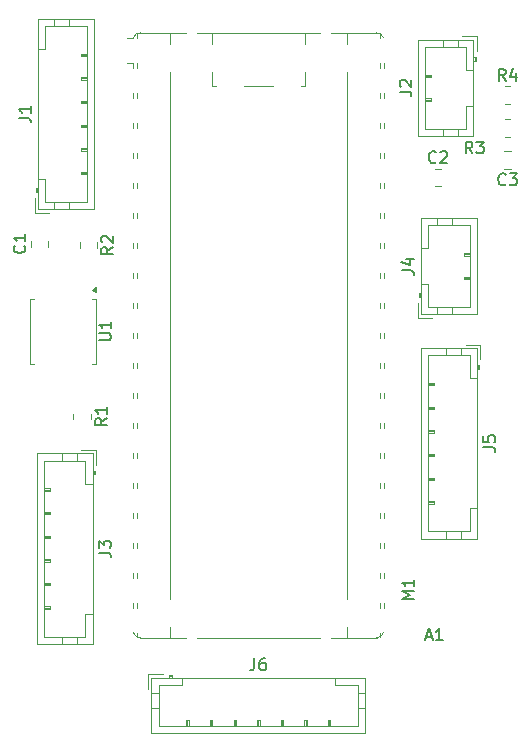
<source format=gto>
%TF.GenerationSoftware,KiCad,Pcbnew,9.0.1*%
%TF.CreationDate,2025-08-12T13:46:24-07:00*%
%TF.ProjectId,fone,666f6e65-2e6b-4696-9361-645f70636258,0.5*%
%TF.SameCoordinates,Original*%
%TF.FileFunction,Legend,Top*%
%TF.FilePolarity,Positive*%
%FSLAX46Y46*%
G04 Gerber Fmt 4.6, Leading zero omitted, Abs format (unit mm)*
G04 Created by KiCad (PCBNEW 9.0.1) date 2025-08-12 13:46:24*
%MOMM*%
%LPD*%
G01*
G04 APERTURE LIST*
%ADD10C,0.150000*%
%ADD11C,0.120000*%
G04 APERTURE END LIST*
D10*
X145154819Y-115609523D02*
X144154819Y-115609523D01*
X144154819Y-115609523D02*
X144869104Y-115276190D01*
X144869104Y-115276190D02*
X144154819Y-114942857D01*
X144154819Y-114942857D02*
X145154819Y-114942857D01*
X145154819Y-113942857D02*
X145154819Y-114514285D01*
X145154819Y-114228571D02*
X144154819Y-114228571D01*
X144154819Y-114228571D02*
X144297676Y-114323809D01*
X144297676Y-114323809D02*
X144392914Y-114419047D01*
X144392914Y-114419047D02*
X144440533Y-114514285D01*
X118519819Y-93674404D02*
X119329342Y-93674404D01*
X119329342Y-93674404D02*
X119424580Y-93626785D01*
X119424580Y-93626785D02*
X119472200Y-93579166D01*
X119472200Y-93579166D02*
X119519819Y-93483928D01*
X119519819Y-93483928D02*
X119519819Y-93293452D01*
X119519819Y-93293452D02*
X119472200Y-93198214D01*
X119472200Y-93198214D02*
X119424580Y-93150595D01*
X119424580Y-93150595D02*
X119329342Y-93102976D01*
X119329342Y-93102976D02*
X118519819Y-93102976D01*
X119519819Y-92102976D02*
X119519819Y-92674404D01*
X119519819Y-92388690D02*
X118519819Y-92388690D01*
X118519819Y-92388690D02*
X118662676Y-92483928D01*
X118662676Y-92483928D02*
X118757914Y-92579166D01*
X118757914Y-92579166D02*
X118805533Y-92674404D01*
X152933333Y-71704819D02*
X152600000Y-71228628D01*
X152361905Y-71704819D02*
X152361905Y-70704819D01*
X152361905Y-70704819D02*
X152742857Y-70704819D01*
X152742857Y-70704819D02*
X152838095Y-70752438D01*
X152838095Y-70752438D02*
X152885714Y-70800057D01*
X152885714Y-70800057D02*
X152933333Y-70895295D01*
X152933333Y-70895295D02*
X152933333Y-71038152D01*
X152933333Y-71038152D02*
X152885714Y-71133390D01*
X152885714Y-71133390D02*
X152838095Y-71181009D01*
X152838095Y-71181009D02*
X152742857Y-71228628D01*
X152742857Y-71228628D02*
X152361905Y-71228628D01*
X153790476Y-71038152D02*
X153790476Y-71704819D01*
X153552381Y-70657200D02*
X153314286Y-71371485D01*
X153314286Y-71371485D02*
X153933333Y-71371485D01*
X150133333Y-77854819D02*
X149800000Y-77378628D01*
X149561905Y-77854819D02*
X149561905Y-76854819D01*
X149561905Y-76854819D02*
X149942857Y-76854819D01*
X149942857Y-76854819D02*
X150038095Y-76902438D01*
X150038095Y-76902438D02*
X150085714Y-76950057D01*
X150085714Y-76950057D02*
X150133333Y-77045295D01*
X150133333Y-77045295D02*
X150133333Y-77188152D01*
X150133333Y-77188152D02*
X150085714Y-77283390D01*
X150085714Y-77283390D02*
X150038095Y-77331009D01*
X150038095Y-77331009D02*
X149942857Y-77378628D01*
X149942857Y-77378628D02*
X149561905Y-77378628D01*
X150466667Y-76854819D02*
X151085714Y-76854819D01*
X151085714Y-76854819D02*
X150752381Y-77235771D01*
X150752381Y-77235771D02*
X150895238Y-77235771D01*
X150895238Y-77235771D02*
X150990476Y-77283390D01*
X150990476Y-77283390D02*
X151038095Y-77331009D01*
X151038095Y-77331009D02*
X151085714Y-77426247D01*
X151085714Y-77426247D02*
X151085714Y-77664342D01*
X151085714Y-77664342D02*
X151038095Y-77759580D01*
X151038095Y-77759580D02*
X150990476Y-77807200D01*
X150990476Y-77807200D02*
X150895238Y-77854819D01*
X150895238Y-77854819D02*
X150609524Y-77854819D01*
X150609524Y-77854819D02*
X150514286Y-77807200D01*
X150514286Y-77807200D02*
X150466667Y-77759580D01*
X119704819Y-85779166D02*
X119228628Y-86112499D01*
X119704819Y-86350594D02*
X118704819Y-86350594D01*
X118704819Y-86350594D02*
X118704819Y-85969642D01*
X118704819Y-85969642D02*
X118752438Y-85874404D01*
X118752438Y-85874404D02*
X118800057Y-85826785D01*
X118800057Y-85826785D02*
X118895295Y-85779166D01*
X118895295Y-85779166D02*
X119038152Y-85779166D01*
X119038152Y-85779166D02*
X119133390Y-85826785D01*
X119133390Y-85826785D02*
X119181009Y-85874404D01*
X119181009Y-85874404D02*
X119228628Y-85969642D01*
X119228628Y-85969642D02*
X119228628Y-86350594D01*
X118800057Y-85398213D02*
X118752438Y-85350594D01*
X118752438Y-85350594D02*
X118704819Y-85255356D01*
X118704819Y-85255356D02*
X118704819Y-85017261D01*
X118704819Y-85017261D02*
X118752438Y-84922023D01*
X118752438Y-84922023D02*
X118800057Y-84874404D01*
X118800057Y-84874404D02*
X118895295Y-84826785D01*
X118895295Y-84826785D02*
X118990533Y-84826785D01*
X118990533Y-84826785D02*
X119133390Y-84874404D01*
X119133390Y-84874404D02*
X119704819Y-85445832D01*
X119704819Y-85445832D02*
X119704819Y-84826785D01*
X119169819Y-100279166D02*
X118693628Y-100612499D01*
X119169819Y-100850594D02*
X118169819Y-100850594D01*
X118169819Y-100850594D02*
X118169819Y-100469642D01*
X118169819Y-100469642D02*
X118217438Y-100374404D01*
X118217438Y-100374404D02*
X118265057Y-100326785D01*
X118265057Y-100326785D02*
X118360295Y-100279166D01*
X118360295Y-100279166D02*
X118503152Y-100279166D01*
X118503152Y-100279166D02*
X118598390Y-100326785D01*
X118598390Y-100326785D02*
X118646009Y-100374404D01*
X118646009Y-100374404D02*
X118693628Y-100469642D01*
X118693628Y-100469642D02*
X118693628Y-100850594D01*
X119169819Y-99326785D02*
X119169819Y-99898213D01*
X119169819Y-99612499D02*
X118169819Y-99612499D01*
X118169819Y-99612499D02*
X118312676Y-99707737D01*
X118312676Y-99707737D02*
X118407914Y-99802975D01*
X118407914Y-99802975D02*
X118455533Y-99898213D01*
X131666666Y-120604819D02*
X131666666Y-121319104D01*
X131666666Y-121319104D02*
X131619047Y-121461961D01*
X131619047Y-121461961D02*
X131523809Y-121557200D01*
X131523809Y-121557200D02*
X131380952Y-121604819D01*
X131380952Y-121604819D02*
X131285714Y-121604819D01*
X132571428Y-120604819D02*
X132380952Y-120604819D01*
X132380952Y-120604819D02*
X132285714Y-120652438D01*
X132285714Y-120652438D02*
X132238095Y-120700057D01*
X132238095Y-120700057D02*
X132142857Y-120842914D01*
X132142857Y-120842914D02*
X132095238Y-121033390D01*
X132095238Y-121033390D02*
X132095238Y-121414342D01*
X132095238Y-121414342D02*
X132142857Y-121509580D01*
X132142857Y-121509580D02*
X132190476Y-121557200D01*
X132190476Y-121557200D02*
X132285714Y-121604819D01*
X132285714Y-121604819D02*
X132476190Y-121604819D01*
X132476190Y-121604819D02*
X132571428Y-121557200D01*
X132571428Y-121557200D02*
X132619047Y-121509580D01*
X132619047Y-121509580D02*
X132666666Y-121414342D01*
X132666666Y-121414342D02*
X132666666Y-121176247D01*
X132666666Y-121176247D02*
X132619047Y-121081009D01*
X132619047Y-121081009D02*
X132571428Y-121033390D01*
X132571428Y-121033390D02*
X132476190Y-120985771D01*
X132476190Y-120985771D02*
X132285714Y-120985771D01*
X132285714Y-120985771D02*
X132190476Y-121033390D01*
X132190476Y-121033390D02*
X132142857Y-121081009D01*
X132142857Y-121081009D02*
X132095238Y-121176247D01*
X151054819Y-102733333D02*
X151769104Y-102733333D01*
X151769104Y-102733333D02*
X151911961Y-102780952D01*
X151911961Y-102780952D02*
X152007200Y-102876190D01*
X152007200Y-102876190D02*
X152054819Y-103019047D01*
X152054819Y-103019047D02*
X152054819Y-103114285D01*
X151054819Y-101780952D02*
X151054819Y-102257142D01*
X151054819Y-102257142D02*
X151531009Y-102304761D01*
X151531009Y-102304761D02*
X151483390Y-102257142D01*
X151483390Y-102257142D02*
X151435771Y-102161904D01*
X151435771Y-102161904D02*
X151435771Y-101923809D01*
X151435771Y-101923809D02*
X151483390Y-101828571D01*
X151483390Y-101828571D02*
X151531009Y-101780952D01*
X151531009Y-101780952D02*
X151626247Y-101733333D01*
X151626247Y-101733333D02*
X151864342Y-101733333D01*
X151864342Y-101733333D02*
X151959580Y-101780952D01*
X151959580Y-101780952D02*
X152007200Y-101828571D01*
X152007200Y-101828571D02*
X152054819Y-101923809D01*
X152054819Y-101923809D02*
X152054819Y-102161904D01*
X152054819Y-102161904D02*
X152007200Y-102257142D01*
X152007200Y-102257142D02*
X151959580Y-102304761D01*
X144154819Y-87733333D02*
X144869104Y-87733333D01*
X144869104Y-87733333D02*
X145011961Y-87780952D01*
X145011961Y-87780952D02*
X145107200Y-87876190D01*
X145107200Y-87876190D02*
X145154819Y-88019047D01*
X145154819Y-88019047D02*
X145154819Y-88114285D01*
X144488152Y-86828571D02*
X145154819Y-86828571D01*
X144107200Y-87066666D02*
X144821485Y-87304761D01*
X144821485Y-87304761D02*
X144821485Y-86685714D01*
X118519819Y-111645833D02*
X119234104Y-111645833D01*
X119234104Y-111645833D02*
X119376961Y-111693452D01*
X119376961Y-111693452D02*
X119472200Y-111788690D01*
X119472200Y-111788690D02*
X119519819Y-111931547D01*
X119519819Y-111931547D02*
X119519819Y-112026785D01*
X118519819Y-111264880D02*
X118519819Y-110645833D01*
X118519819Y-110645833D02*
X118900771Y-110979166D01*
X118900771Y-110979166D02*
X118900771Y-110836309D01*
X118900771Y-110836309D02*
X118948390Y-110741071D01*
X118948390Y-110741071D02*
X118996009Y-110693452D01*
X118996009Y-110693452D02*
X119091247Y-110645833D01*
X119091247Y-110645833D02*
X119329342Y-110645833D01*
X119329342Y-110645833D02*
X119424580Y-110693452D01*
X119424580Y-110693452D02*
X119472200Y-110741071D01*
X119472200Y-110741071D02*
X119519819Y-110836309D01*
X119519819Y-110836309D02*
X119519819Y-111122023D01*
X119519819Y-111122023D02*
X119472200Y-111217261D01*
X119472200Y-111217261D02*
X119424580Y-111264880D01*
X143954819Y-72633333D02*
X144669104Y-72633333D01*
X144669104Y-72633333D02*
X144811961Y-72680952D01*
X144811961Y-72680952D02*
X144907200Y-72776190D01*
X144907200Y-72776190D02*
X144954819Y-72919047D01*
X144954819Y-72919047D02*
X144954819Y-73014285D01*
X144050057Y-72204761D02*
X144002438Y-72157142D01*
X144002438Y-72157142D02*
X143954819Y-72061904D01*
X143954819Y-72061904D02*
X143954819Y-71823809D01*
X143954819Y-71823809D02*
X144002438Y-71728571D01*
X144002438Y-71728571D02*
X144050057Y-71680952D01*
X144050057Y-71680952D02*
X144145295Y-71633333D01*
X144145295Y-71633333D02*
X144240533Y-71633333D01*
X144240533Y-71633333D02*
X144383390Y-71680952D01*
X144383390Y-71680952D02*
X144954819Y-72252380D01*
X144954819Y-72252380D02*
X144954819Y-71633333D01*
X111719819Y-74845833D02*
X112434104Y-74845833D01*
X112434104Y-74845833D02*
X112576961Y-74893452D01*
X112576961Y-74893452D02*
X112672200Y-74988690D01*
X112672200Y-74988690D02*
X112719819Y-75131547D01*
X112719819Y-75131547D02*
X112719819Y-75226785D01*
X112719819Y-73845833D02*
X112719819Y-74417261D01*
X112719819Y-74131547D02*
X111719819Y-74131547D01*
X111719819Y-74131547D02*
X111862676Y-74226785D01*
X111862676Y-74226785D02*
X111957914Y-74322023D01*
X111957914Y-74322023D02*
X112005533Y-74417261D01*
X152933333Y-80459580D02*
X152885714Y-80507200D01*
X152885714Y-80507200D02*
X152742857Y-80554819D01*
X152742857Y-80554819D02*
X152647619Y-80554819D01*
X152647619Y-80554819D02*
X152504762Y-80507200D01*
X152504762Y-80507200D02*
X152409524Y-80411961D01*
X152409524Y-80411961D02*
X152361905Y-80316723D01*
X152361905Y-80316723D02*
X152314286Y-80126247D01*
X152314286Y-80126247D02*
X152314286Y-79983390D01*
X152314286Y-79983390D02*
X152361905Y-79792914D01*
X152361905Y-79792914D02*
X152409524Y-79697676D01*
X152409524Y-79697676D02*
X152504762Y-79602438D01*
X152504762Y-79602438D02*
X152647619Y-79554819D01*
X152647619Y-79554819D02*
X152742857Y-79554819D01*
X152742857Y-79554819D02*
X152885714Y-79602438D01*
X152885714Y-79602438D02*
X152933333Y-79650057D01*
X153266667Y-79554819D02*
X153885714Y-79554819D01*
X153885714Y-79554819D02*
X153552381Y-79935771D01*
X153552381Y-79935771D02*
X153695238Y-79935771D01*
X153695238Y-79935771D02*
X153790476Y-79983390D01*
X153790476Y-79983390D02*
X153838095Y-80031009D01*
X153838095Y-80031009D02*
X153885714Y-80126247D01*
X153885714Y-80126247D02*
X153885714Y-80364342D01*
X153885714Y-80364342D02*
X153838095Y-80459580D01*
X153838095Y-80459580D02*
X153790476Y-80507200D01*
X153790476Y-80507200D02*
X153695238Y-80554819D01*
X153695238Y-80554819D02*
X153409524Y-80554819D01*
X153409524Y-80554819D02*
X153314286Y-80507200D01*
X153314286Y-80507200D02*
X153266667Y-80459580D01*
X147033333Y-78579580D02*
X146985714Y-78627200D01*
X146985714Y-78627200D02*
X146842857Y-78674819D01*
X146842857Y-78674819D02*
X146747619Y-78674819D01*
X146747619Y-78674819D02*
X146604762Y-78627200D01*
X146604762Y-78627200D02*
X146509524Y-78531961D01*
X146509524Y-78531961D02*
X146461905Y-78436723D01*
X146461905Y-78436723D02*
X146414286Y-78246247D01*
X146414286Y-78246247D02*
X146414286Y-78103390D01*
X146414286Y-78103390D02*
X146461905Y-77912914D01*
X146461905Y-77912914D02*
X146509524Y-77817676D01*
X146509524Y-77817676D02*
X146604762Y-77722438D01*
X146604762Y-77722438D02*
X146747619Y-77674819D01*
X146747619Y-77674819D02*
X146842857Y-77674819D01*
X146842857Y-77674819D02*
X146985714Y-77722438D01*
X146985714Y-77722438D02*
X147033333Y-77770057D01*
X147414286Y-77770057D02*
X147461905Y-77722438D01*
X147461905Y-77722438D02*
X147557143Y-77674819D01*
X147557143Y-77674819D02*
X147795238Y-77674819D01*
X147795238Y-77674819D02*
X147890476Y-77722438D01*
X147890476Y-77722438D02*
X147938095Y-77770057D01*
X147938095Y-77770057D02*
X147985714Y-77865295D01*
X147985714Y-77865295D02*
X147985714Y-77960533D01*
X147985714Y-77960533D02*
X147938095Y-78103390D01*
X147938095Y-78103390D02*
X147366667Y-78674819D01*
X147366667Y-78674819D02*
X147985714Y-78674819D01*
X112179580Y-85666666D02*
X112227200Y-85714285D01*
X112227200Y-85714285D02*
X112274819Y-85857142D01*
X112274819Y-85857142D02*
X112274819Y-85952380D01*
X112274819Y-85952380D02*
X112227200Y-86095237D01*
X112227200Y-86095237D02*
X112131961Y-86190475D01*
X112131961Y-86190475D02*
X112036723Y-86238094D01*
X112036723Y-86238094D02*
X111846247Y-86285713D01*
X111846247Y-86285713D02*
X111703390Y-86285713D01*
X111703390Y-86285713D02*
X111512914Y-86238094D01*
X111512914Y-86238094D02*
X111417676Y-86190475D01*
X111417676Y-86190475D02*
X111322438Y-86095237D01*
X111322438Y-86095237D02*
X111274819Y-85952380D01*
X111274819Y-85952380D02*
X111274819Y-85857142D01*
X111274819Y-85857142D02*
X111322438Y-85714285D01*
X111322438Y-85714285D02*
X111370057Y-85666666D01*
X112274819Y-84714285D02*
X112274819Y-85285713D01*
X112274819Y-84999999D02*
X111274819Y-84999999D01*
X111274819Y-84999999D02*
X111417676Y-85095237D01*
X111417676Y-85095237D02*
X111512914Y-85190475D01*
X111512914Y-85190475D02*
X111560533Y-85285713D01*
X146189160Y-118769104D02*
X146665350Y-118769104D01*
X146093922Y-119054819D02*
X146427255Y-118054819D01*
X146427255Y-118054819D02*
X146760588Y-119054819D01*
X147617731Y-119054819D02*
X147046303Y-119054819D01*
X147332017Y-119054819D02*
X147332017Y-118054819D01*
X147332017Y-118054819D02*
X147236779Y-118197676D01*
X147236779Y-118197676D02*
X147141541Y-118292914D01*
X147141541Y-118292914D02*
X147046303Y-118340533D01*
D11*
%TO.C,U1*%
X118225000Y-90152500D02*
X117955000Y-90152500D01*
X112705000Y-90152500D02*
X112975000Y-90152500D01*
X118225000Y-92912500D02*
X118225000Y-90152500D01*
X118225000Y-92912500D02*
X118225000Y-95672500D01*
X112705000Y-92912500D02*
X112705000Y-90152500D01*
X112705000Y-92912500D02*
X112705000Y-95672500D01*
X118225000Y-95672500D02*
X117955000Y-95672500D01*
X112705000Y-95672500D02*
X112975000Y-95672500D01*
X118285000Y-89627500D02*
X117955000Y-89387500D01*
X118285000Y-89147500D01*
X118285000Y-89627500D01*
G36*
X118285000Y-89627500D02*
G01*
X117955000Y-89387500D01*
X118285000Y-89147500D01*
X118285000Y-89627500D01*
G37*
%TO.C,R4*%
X152872936Y-72165000D02*
X153327064Y-72165000D01*
X152872936Y-73635000D02*
X153327064Y-73635000D01*
%TO.C,R3*%
X153327064Y-76435000D02*
X152872936Y-76435000D01*
X153327064Y-74965000D02*
X152872936Y-74965000D01*
%TO.C,R2*%
X118335000Y-85385436D02*
X118335000Y-85839564D01*
X116865000Y-85385436D02*
X116865000Y-85839564D01*
%TO.C,R1*%
X117800000Y-99885436D02*
X117800000Y-100339564D01*
X116330000Y-99885436D02*
X116330000Y-100339564D01*
%TO.C,J6*%
X122640000Y-121940000D02*
X122640000Y-123190000D01*
X122940000Y-122240000D02*
X122940000Y-126960000D01*
X122940000Y-123550000D02*
X123550000Y-123550000D01*
X122940000Y-124850000D02*
X123550000Y-124850000D01*
X122940000Y-126960000D02*
X141060000Y-126960000D01*
X123550000Y-122850000D02*
X123550000Y-126350000D01*
X123550000Y-126350000D02*
X140450000Y-126350000D01*
X123890000Y-121940000D02*
X122640000Y-121940000D01*
X124400000Y-122040000D02*
X124400000Y-122240000D01*
X124700000Y-122040000D02*
X124400000Y-122040000D01*
X124700000Y-122140000D02*
X124400000Y-122140000D01*
X124700000Y-122240000D02*
X124700000Y-122040000D01*
X125500000Y-122240000D02*
X125500000Y-122850000D01*
X125500000Y-122850000D02*
X123550000Y-122850000D01*
X125900000Y-125850000D02*
X126100000Y-125850000D01*
X125900000Y-126350000D02*
X125900000Y-125850000D01*
X126000000Y-126350000D02*
X126000000Y-125850000D01*
X126100000Y-125850000D02*
X126100000Y-126350000D01*
X127900000Y-125850000D02*
X128100000Y-125850000D01*
X127900000Y-126350000D02*
X127900000Y-125850000D01*
X128000000Y-126350000D02*
X128000000Y-125850000D01*
X128100000Y-125850000D02*
X128100000Y-126350000D01*
X129900000Y-125850000D02*
X130100000Y-125850000D01*
X129900000Y-126350000D02*
X129900000Y-125850000D01*
X130000000Y-126350000D02*
X130000000Y-125850000D01*
X130100000Y-125850000D02*
X130100000Y-126350000D01*
X131900000Y-125850000D02*
X132100000Y-125850000D01*
X131900000Y-126350000D02*
X131900000Y-125850000D01*
X132000000Y-126350000D02*
X132000000Y-125850000D01*
X132100000Y-125850000D02*
X132100000Y-126350000D01*
X133900000Y-125850000D02*
X134100000Y-125850000D01*
X133900000Y-126350000D02*
X133900000Y-125850000D01*
X134000000Y-126350000D02*
X134000000Y-125850000D01*
X134100000Y-125850000D02*
X134100000Y-126350000D01*
X135900000Y-125850000D02*
X136100000Y-125850000D01*
X135900000Y-126350000D02*
X135900000Y-125850000D01*
X136000000Y-126350000D02*
X136000000Y-125850000D01*
X136100000Y-125850000D02*
X136100000Y-126350000D01*
X137900000Y-125850000D02*
X138100000Y-125850000D01*
X137900000Y-126350000D02*
X137900000Y-125850000D01*
X138000000Y-126350000D02*
X138000000Y-125850000D01*
X138100000Y-125850000D02*
X138100000Y-126350000D01*
X138500000Y-122850000D02*
X138500000Y-122240000D01*
X140450000Y-122850000D02*
X138500000Y-122850000D01*
X140450000Y-126350000D02*
X140450000Y-122850000D01*
X141060000Y-122240000D02*
X122940000Y-122240000D01*
X141060000Y-123550000D02*
X140450000Y-123550000D01*
X141060000Y-124850000D02*
X140450000Y-124850000D01*
X141060000Y-126960000D02*
X141060000Y-122240000D01*
%TO.C,J5*%
X150810000Y-94040000D02*
X149560000Y-94040000D01*
X150510000Y-94340000D02*
X145790000Y-94340000D01*
X149200000Y-94340000D02*
X149200000Y-94950000D01*
X147900000Y-94340000D02*
X147900000Y-94950000D01*
X145790000Y-94340000D02*
X145790000Y-110460000D01*
X149900000Y-94950000D02*
X146400000Y-94950000D01*
X146400000Y-94950000D02*
X146400000Y-109850000D01*
X150810000Y-95290000D02*
X150810000Y-94040000D01*
X150710000Y-95800000D02*
X150510000Y-95800000D01*
X150710000Y-96100000D02*
X150710000Y-95800000D01*
X150610000Y-96100000D02*
X150610000Y-95800000D01*
X150510000Y-96100000D02*
X150710000Y-96100000D01*
X150510000Y-96900000D02*
X149900000Y-96900000D01*
X149900000Y-96900000D02*
X149900000Y-94950000D01*
X146900000Y-97300000D02*
X146900000Y-97500000D01*
X146400000Y-97300000D02*
X146900000Y-97300000D01*
X146400000Y-97400000D02*
X146900000Y-97400000D01*
X146900000Y-97500000D02*
X146400000Y-97500000D01*
X146900000Y-99300000D02*
X146900000Y-99500000D01*
X146400000Y-99300000D02*
X146900000Y-99300000D01*
X146400000Y-99400000D02*
X146900000Y-99400000D01*
X146900000Y-99500000D02*
X146400000Y-99500000D01*
X146900000Y-101300000D02*
X146900000Y-101500000D01*
X146400000Y-101300000D02*
X146900000Y-101300000D01*
X146400000Y-101400000D02*
X146900000Y-101400000D01*
X146900000Y-101500000D02*
X146400000Y-101500000D01*
X146900000Y-103300000D02*
X146900000Y-103500000D01*
X146400000Y-103300000D02*
X146900000Y-103300000D01*
X146400000Y-103400000D02*
X146900000Y-103400000D01*
X146900000Y-103500000D02*
X146400000Y-103500000D01*
X146900000Y-105300000D02*
X146900000Y-105500000D01*
X146400000Y-105300000D02*
X146900000Y-105300000D01*
X146400000Y-105400000D02*
X146900000Y-105400000D01*
X146900000Y-105500000D02*
X146400000Y-105500000D01*
X146900000Y-107300000D02*
X146900000Y-107500000D01*
X146400000Y-107300000D02*
X146900000Y-107300000D01*
X146400000Y-107400000D02*
X146900000Y-107400000D01*
X146900000Y-107500000D02*
X146400000Y-107500000D01*
X149900000Y-107900000D02*
X150510000Y-107900000D01*
X149900000Y-109850000D02*
X149900000Y-107900000D01*
X146400000Y-109850000D02*
X149900000Y-109850000D01*
X150510000Y-110460000D02*
X150510000Y-94340000D01*
X149200000Y-110460000D02*
X149200000Y-109850000D01*
X147900000Y-110460000D02*
X147900000Y-109850000D01*
X145790000Y-110460000D02*
X150510000Y-110460000D01*
%TO.C,J4*%
X145490000Y-91760000D02*
X146740000Y-91760000D01*
X145790000Y-91460000D02*
X150510000Y-91460000D01*
X147100000Y-91460000D02*
X147100000Y-90850000D01*
X148400000Y-91460000D02*
X148400000Y-90850000D01*
X150510000Y-91460000D02*
X150510000Y-83340000D01*
X146400000Y-90850000D02*
X149900000Y-90850000D01*
X149900000Y-90850000D02*
X149900000Y-83950000D01*
X145490000Y-90510000D02*
X145490000Y-91760000D01*
X145590000Y-90000000D02*
X145790000Y-90000000D01*
X145590000Y-89700000D02*
X145590000Y-90000000D01*
X145690000Y-89700000D02*
X145690000Y-90000000D01*
X145790000Y-89700000D02*
X145590000Y-89700000D01*
X145790000Y-88900000D02*
X146400000Y-88900000D01*
X146400000Y-88900000D02*
X146400000Y-90850000D01*
X149400000Y-88500000D02*
X149400000Y-88300000D01*
X149900000Y-88500000D02*
X149400000Y-88500000D01*
X149900000Y-88400000D02*
X149400000Y-88400000D01*
X149400000Y-88300000D02*
X149900000Y-88300000D01*
X149400000Y-86500000D02*
X149400000Y-86300000D01*
X149900000Y-86500000D02*
X149400000Y-86500000D01*
X149900000Y-86400000D02*
X149400000Y-86400000D01*
X149400000Y-86300000D02*
X149900000Y-86300000D01*
X146400000Y-85900000D02*
X145790000Y-85900000D01*
X146400000Y-83950000D02*
X146400000Y-85900000D01*
X149900000Y-83950000D02*
X146400000Y-83950000D01*
X145790000Y-83340000D02*
X145790000Y-91460000D01*
X147100000Y-83340000D02*
X147100000Y-83950000D01*
X148400000Y-83340000D02*
X148400000Y-83950000D01*
X150510000Y-83340000D02*
X145790000Y-83340000D01*
%TO.C,J3*%
X118275000Y-102952500D02*
X117025000Y-102952500D01*
X117975000Y-103252500D02*
X113255000Y-103252500D01*
X116665000Y-103252500D02*
X116665000Y-103862500D01*
X115365000Y-103252500D02*
X115365000Y-103862500D01*
X113255000Y-103252500D02*
X113255000Y-119372500D01*
X117365000Y-103862500D02*
X113865000Y-103862500D01*
X113865000Y-103862500D02*
X113865000Y-118762500D01*
X118275000Y-104202500D02*
X118275000Y-102952500D01*
X118175000Y-104712500D02*
X117975000Y-104712500D01*
X118175000Y-105012500D02*
X118175000Y-104712500D01*
X118075000Y-105012500D02*
X118075000Y-104712500D01*
X117975000Y-105012500D02*
X118175000Y-105012500D01*
X117975000Y-105812500D02*
X117365000Y-105812500D01*
X117365000Y-105812500D02*
X117365000Y-103862500D01*
X114365000Y-106212500D02*
X114365000Y-106412500D01*
X113865000Y-106212500D02*
X114365000Y-106212500D01*
X113865000Y-106312500D02*
X114365000Y-106312500D01*
X114365000Y-106412500D02*
X113865000Y-106412500D01*
X114365000Y-108212500D02*
X114365000Y-108412500D01*
X113865000Y-108212500D02*
X114365000Y-108212500D01*
X113865000Y-108312500D02*
X114365000Y-108312500D01*
X114365000Y-108412500D02*
X113865000Y-108412500D01*
X114365000Y-110212500D02*
X114365000Y-110412500D01*
X113865000Y-110212500D02*
X114365000Y-110212500D01*
X113865000Y-110312500D02*
X114365000Y-110312500D01*
X114365000Y-110412500D02*
X113865000Y-110412500D01*
X114365000Y-112212500D02*
X114365000Y-112412500D01*
X113865000Y-112212500D02*
X114365000Y-112212500D01*
X113865000Y-112312500D02*
X114365000Y-112312500D01*
X114365000Y-112412500D02*
X113865000Y-112412500D01*
X114365000Y-114212500D02*
X114365000Y-114412500D01*
X113865000Y-114212500D02*
X114365000Y-114212500D01*
X113865000Y-114312500D02*
X114365000Y-114312500D01*
X114365000Y-114412500D02*
X113865000Y-114412500D01*
X114365000Y-116212500D02*
X114365000Y-116412500D01*
X113865000Y-116212500D02*
X114365000Y-116212500D01*
X113865000Y-116312500D02*
X114365000Y-116312500D01*
X114365000Y-116412500D02*
X113865000Y-116412500D01*
X117365000Y-116812500D02*
X117975000Y-116812500D01*
X117365000Y-118762500D02*
X117365000Y-116812500D01*
X113865000Y-118762500D02*
X117365000Y-118762500D01*
X117975000Y-119372500D02*
X117975000Y-103252500D01*
X116665000Y-119372500D02*
X116665000Y-118762500D01*
X115365000Y-119372500D02*
X115365000Y-118762500D01*
X113255000Y-119372500D02*
X117975000Y-119372500D01*
%TO.C,J2*%
X150510000Y-67940000D02*
X149260000Y-67940000D01*
X150210000Y-68240000D02*
X145490000Y-68240000D01*
X148900000Y-68240000D02*
X148900000Y-68850000D01*
X147600000Y-68240000D02*
X147600000Y-68850000D01*
X145490000Y-68240000D02*
X145490000Y-76360000D01*
X149600000Y-68850000D02*
X146100000Y-68850000D01*
X146100000Y-68850000D02*
X146100000Y-75750000D01*
X150510000Y-69190000D02*
X150510000Y-67940000D01*
X150410000Y-69700000D02*
X150210000Y-69700000D01*
X150410000Y-70000000D02*
X150410000Y-69700000D01*
X150310000Y-70000000D02*
X150310000Y-69700000D01*
X150210000Y-70000000D02*
X150410000Y-70000000D01*
X150210000Y-70800000D02*
X149600000Y-70800000D01*
X149600000Y-70800000D02*
X149600000Y-68850000D01*
X146600000Y-71200000D02*
X146600000Y-71400000D01*
X146100000Y-71200000D02*
X146600000Y-71200000D01*
X146100000Y-71300000D02*
X146600000Y-71300000D01*
X146600000Y-71400000D02*
X146100000Y-71400000D01*
X146600000Y-73200000D02*
X146600000Y-73400000D01*
X146100000Y-73200000D02*
X146600000Y-73200000D01*
X146100000Y-73300000D02*
X146600000Y-73300000D01*
X146600000Y-73400000D02*
X146100000Y-73400000D01*
X149600000Y-73800000D02*
X150210000Y-73800000D01*
X149600000Y-75750000D02*
X149600000Y-73800000D01*
X146100000Y-75750000D02*
X149600000Y-75750000D01*
X150210000Y-76360000D02*
X150210000Y-68240000D01*
X148900000Y-76360000D02*
X148900000Y-75750000D01*
X147600000Y-76360000D02*
X147600000Y-75750000D01*
X145490000Y-76360000D02*
X150210000Y-76360000D01*
%TO.C,J1*%
X113055000Y-82872500D02*
X114305000Y-82872500D01*
X113355000Y-82572500D02*
X118075000Y-82572500D01*
X114665000Y-82572500D02*
X114665000Y-81962500D01*
X115965000Y-82572500D02*
X115965000Y-81962500D01*
X118075000Y-82572500D02*
X118075000Y-66452500D01*
X113965000Y-81962500D02*
X117465000Y-81962500D01*
X117465000Y-81962500D02*
X117465000Y-67062500D01*
X113055000Y-81622500D02*
X113055000Y-82872500D01*
X113155000Y-81112500D02*
X113355000Y-81112500D01*
X113155000Y-80812500D02*
X113155000Y-81112500D01*
X113255000Y-80812500D02*
X113255000Y-81112500D01*
X113355000Y-80812500D02*
X113155000Y-80812500D01*
X113355000Y-80012500D02*
X113965000Y-80012500D01*
X113965000Y-80012500D02*
X113965000Y-81962500D01*
X116965000Y-79612500D02*
X116965000Y-79412500D01*
X117465000Y-79612500D02*
X116965000Y-79612500D01*
X117465000Y-79512500D02*
X116965000Y-79512500D01*
X116965000Y-79412500D02*
X117465000Y-79412500D01*
X116965000Y-77612500D02*
X116965000Y-77412500D01*
X117465000Y-77612500D02*
X116965000Y-77612500D01*
X117465000Y-77512500D02*
X116965000Y-77512500D01*
X116965000Y-77412500D02*
X117465000Y-77412500D01*
X116965000Y-75612500D02*
X116965000Y-75412500D01*
X117465000Y-75612500D02*
X116965000Y-75612500D01*
X117465000Y-75512500D02*
X116965000Y-75512500D01*
X116965000Y-75412500D02*
X117465000Y-75412500D01*
X116965000Y-73612500D02*
X116965000Y-73412500D01*
X117465000Y-73612500D02*
X116965000Y-73612500D01*
X117465000Y-73512500D02*
X116965000Y-73512500D01*
X116965000Y-73412500D02*
X117465000Y-73412500D01*
X116965000Y-71612500D02*
X116965000Y-71412500D01*
X117465000Y-71612500D02*
X116965000Y-71612500D01*
X117465000Y-71512500D02*
X116965000Y-71512500D01*
X116965000Y-71412500D02*
X117465000Y-71412500D01*
X116965000Y-69612500D02*
X116965000Y-69412500D01*
X117465000Y-69612500D02*
X116965000Y-69612500D01*
X117465000Y-69512500D02*
X116965000Y-69512500D01*
X116965000Y-69412500D02*
X117465000Y-69412500D01*
X113965000Y-69012500D02*
X113355000Y-69012500D01*
X113965000Y-67062500D02*
X113965000Y-69012500D01*
X117465000Y-67062500D02*
X113965000Y-67062500D01*
X113355000Y-66452500D02*
X113355000Y-82572500D01*
X114665000Y-66452500D02*
X114665000Y-67062500D01*
X115965000Y-66452500D02*
X115965000Y-67062500D01*
X118075000Y-66452500D02*
X113355000Y-66452500D01*
%TO.C,C3*%
X152838748Y-77665000D02*
X153361252Y-77665000D01*
X152838748Y-79135000D02*
X153361252Y-79135000D01*
%TO.C,C2*%
X146938748Y-79165000D02*
X147461252Y-79165000D01*
X146938748Y-80635000D02*
X147461252Y-80635000D01*
%TO.C,C1*%
X112765000Y-85761252D02*
X112765000Y-85238748D01*
X114235000Y-85761252D02*
X114235000Y-85238748D01*
%TO.C,A1*%
X121400000Y-70180000D02*
X120920000Y-70180000D01*
X121400000Y-70180000D02*
X121400000Y-70600000D01*
X121400000Y-72720000D02*
X121400000Y-73140000D01*
X121400000Y-75260000D02*
X121400000Y-75680000D01*
X121400000Y-77800000D02*
X121400000Y-78220000D01*
X121400000Y-80340000D02*
X121400000Y-80760000D01*
X121400000Y-82880000D02*
X121400000Y-83300000D01*
X121400000Y-85420000D02*
X121400000Y-85840000D01*
X121400000Y-87960000D02*
X121400000Y-88380000D01*
X121400000Y-90500000D02*
X121400000Y-90920000D01*
X121400000Y-93040000D02*
X121400000Y-93460000D01*
X121400000Y-95580000D02*
X121400000Y-96000000D01*
X121400000Y-98120000D02*
X121400000Y-98540000D01*
X121400000Y-100660000D02*
X121400000Y-101080000D01*
X121400000Y-103200000D02*
X121400000Y-103620000D01*
X121400000Y-105740000D02*
X121400000Y-106160000D01*
X121400000Y-108280000D02*
X121400000Y-108700000D01*
X121400000Y-110820000D02*
X121400000Y-111240000D01*
X121400000Y-113360000D02*
X121400000Y-113780000D01*
X121400000Y-115900000D02*
X121400000Y-116320000D01*
X121430324Y-68060000D02*
X120920000Y-68060000D01*
X121740000Y-68060063D02*
X121740000Y-67703000D01*
X121740000Y-70180000D02*
X121740000Y-70600000D01*
X121740000Y-72720000D02*
X121740000Y-73140000D01*
X121740000Y-75260000D02*
X121740000Y-75680000D01*
X121740000Y-77800000D02*
X121740000Y-78220000D01*
X121740000Y-80340000D02*
X121740000Y-80760000D01*
X121740000Y-82880000D02*
X121740000Y-83300000D01*
X121740000Y-85420000D02*
X121740000Y-85840000D01*
X121740000Y-87960000D02*
X121740000Y-88380000D01*
X121740000Y-90500000D02*
X121740000Y-90920000D01*
X121740000Y-93040000D02*
X121740000Y-93460000D01*
X121740000Y-95580000D02*
X121740000Y-96000000D01*
X121740000Y-98120000D02*
X121740000Y-98540000D01*
X121740000Y-100660000D02*
X121740000Y-101080000D01*
X121740000Y-103200000D02*
X121740000Y-103620000D01*
X121740000Y-105740000D02*
X121740000Y-106160000D01*
X121740000Y-108280000D02*
X121740000Y-108700000D01*
X121740000Y-110820000D02*
X121740000Y-111240000D01*
X121740000Y-113360000D02*
X121740000Y-113780000D01*
X121740000Y-115900000D02*
X121740000Y-116320000D01*
X121740000Y-118439937D02*
X121740000Y-118797000D01*
X122010000Y-67640000D02*
X124500000Y-67640000D01*
X122010000Y-118860000D02*
X125847939Y-118860000D01*
X124500000Y-67640000D02*
X124500000Y-68553520D01*
X124500000Y-67640000D02*
X125847940Y-67640000D01*
X124500000Y-70946480D02*
X124500000Y-115553520D01*
X124500000Y-117946480D02*
X124500000Y-118860000D01*
X126772061Y-67640000D02*
X127775000Y-67640000D01*
X127775000Y-67640000D02*
X136245000Y-67640000D01*
X128110000Y-67640000D02*
X128110000Y-68556000D01*
X128110000Y-70944000D02*
X128110000Y-72160000D01*
X128110000Y-72160000D02*
X128406090Y-72160000D01*
X128410000Y-118860000D02*
X126772061Y-118860000D01*
X130763910Y-72160000D02*
X133256090Y-72160000D01*
X135610000Y-118860000D02*
X128410000Y-118860000D01*
X135613910Y-72160000D02*
X135910000Y-72160000D01*
X135910000Y-67640000D02*
X135910000Y-68556000D01*
X135910000Y-70944000D02*
X135910000Y-72160000D01*
X136245000Y-67640000D02*
X137247939Y-67640000D01*
X137247939Y-118860000D02*
X135610000Y-118860000D01*
X138172061Y-67640000D02*
X139520000Y-67640000D01*
X138172061Y-118860000D02*
X142010000Y-118860000D01*
X139520000Y-67640000D02*
X139520000Y-68553520D01*
X139520000Y-70946480D02*
X139520000Y-115553520D01*
X139520000Y-117946480D02*
X139520000Y-118860000D01*
X142010000Y-67640000D02*
X139520000Y-67640000D01*
X142280000Y-68060063D02*
X142280000Y-67703000D01*
X142280000Y-70180000D02*
X142280000Y-70600000D01*
X142280000Y-72720000D02*
X142280000Y-73140000D01*
X142280000Y-75260000D02*
X142280000Y-75680000D01*
X142280000Y-77800000D02*
X142280000Y-78220000D01*
X142280000Y-80340000D02*
X142280000Y-80760000D01*
X142280000Y-82880000D02*
X142280000Y-83300000D01*
X142280000Y-85420000D02*
X142280000Y-85840000D01*
X142280000Y-87960000D02*
X142280000Y-88380000D01*
X142280000Y-90500000D02*
X142280000Y-90920000D01*
X142280000Y-93040000D02*
X142280000Y-93460000D01*
X142280000Y-95580000D02*
X142280000Y-96000000D01*
X142280000Y-98120000D02*
X142280000Y-98540000D01*
X142280000Y-100660000D02*
X142280000Y-101080000D01*
X142280000Y-103200000D02*
X142280000Y-103620000D01*
X142280000Y-105740000D02*
X142280000Y-106160000D01*
X142280000Y-108280000D02*
X142280000Y-108700000D01*
X142280000Y-110820000D02*
X142280000Y-111240000D01*
X142280000Y-113360000D02*
X142280000Y-113780000D01*
X142280000Y-115900000D02*
X142280000Y-116320000D01*
X142280000Y-118439937D02*
X142280000Y-118797000D01*
X142620000Y-70180000D02*
X142620000Y-70600000D01*
X142620000Y-72720000D02*
X142620000Y-73140000D01*
X142620000Y-75260000D02*
X142620000Y-75680000D01*
X142620000Y-77800000D02*
X142620000Y-78220000D01*
X142620000Y-80340000D02*
X142620000Y-80760000D01*
X142620000Y-82880000D02*
X142620000Y-83300000D01*
X142620000Y-85420000D02*
X142620000Y-85840000D01*
X142620000Y-87960000D02*
X142620000Y-88380000D01*
X142620000Y-90500000D02*
X142620000Y-90920000D01*
X142620000Y-93040000D02*
X142620000Y-93460000D01*
X142620000Y-95580000D02*
X142620000Y-96000000D01*
X142620000Y-98120000D02*
X142620000Y-98540000D01*
X142620000Y-100660000D02*
X142620000Y-101080000D01*
X142620000Y-103200000D02*
X142620000Y-103620000D01*
X142620000Y-105740000D02*
X142620000Y-106160000D01*
X142620000Y-108280000D02*
X142620000Y-108700000D01*
X142620000Y-110820000D02*
X142620000Y-111240000D01*
X142620000Y-113360000D02*
X142620000Y-113780000D01*
X142620000Y-115900000D02*
X142620000Y-116320000D01*
X121430324Y-68060000D02*
G75*
G02*
X122010000Y-67640000I579692J-190051D01*
G01*
X122010000Y-118860000D02*
G75*
G02*
X121430324Y-118439937I1J610002D01*
G01*
X142010000Y-67640000D02*
G75*
G02*
X142589676Y-68060063I0J-610000D01*
G01*
X142589676Y-118439937D02*
G75*
G02*
X142010000Y-118860069I-579676J189837D01*
G01*
%TD*%
M02*

</source>
